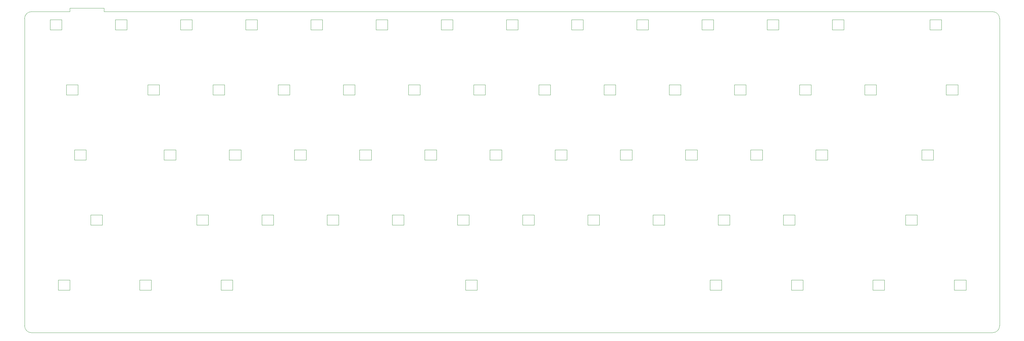
<source format=gm1>
%TF.GenerationSoftware,KiCad,Pcbnew,(6.0.7)*%
%TF.CreationDate,2022-09-11T22:15:23-05:00*%
%TF.ProjectId,PyKey60,50794b65-7936-4302-9e6b-696361645f70,1.1*%
%TF.SameCoordinates,Original*%
%TF.FileFunction,Profile,NP*%
%FSLAX46Y46*%
G04 Gerber Fmt 4.6, Leading zero omitted, Abs format (unit mm)*
G04 Created by KiCad (PCBNEW (6.0.7)) date 2022-09-11 22:15:23*
%MOMM*%
%LPD*%
G01*
G04 APERTURE LIST*
%TA.AperFunction,Profile*%
%ADD10C,0.099060*%
%TD*%
%TA.AperFunction,Profile*%
%ADD11C,0.050000*%
%TD*%
G04 APERTURE END LIST*
D10*
X64325500Y-64928750D02*
G75*
G03*
X62293500Y-66960750I0J-2032000D01*
G01*
X75510000Y-64928750D02*
X64325500Y-64928750D01*
X347281500Y-156876750D02*
X347281500Y-66960750D01*
X64325500Y-158908750D02*
X345249500Y-158908750D01*
X345249500Y-158908800D02*
G75*
G03*
X347281500Y-156876750I0J2032000D01*
G01*
X62293500Y-66960750D02*
X62293500Y-156876750D01*
X75510000Y-64928750D02*
X75510000Y-63920000D01*
X85510000Y-64928750D02*
X345249500Y-64928750D01*
X85510000Y-63920000D02*
X85510000Y-64928750D01*
X75510000Y-63920000D02*
X85510000Y-63920000D01*
X347281450Y-66960750D02*
G75*
G03*
X345249500Y-64928750I-2031950J50D01*
G01*
X62293550Y-156876750D02*
G75*
G03*
X64325500Y-158908750I2031950J-50D01*
G01*
D11*
%TO.C,U1*%
X73137500Y-67270000D02*
X73137500Y-70270000D01*
X69737500Y-67270000D02*
X73137500Y-67270000D01*
X73137500Y-70270000D02*
X69737500Y-70270000D01*
X69737500Y-70270000D02*
X69737500Y-67270000D01*
%TO.C,U2*%
X92187500Y-67270000D02*
X92187500Y-70270000D01*
X88787500Y-67270000D02*
X92187500Y-67270000D01*
X92187500Y-70270000D02*
X88787500Y-70270000D01*
X88787500Y-70270000D02*
X88787500Y-67270000D01*
%TO.C,U3*%
X111238000Y-70270000D02*
X107838000Y-70270000D01*
X111238000Y-67270000D02*
X111238000Y-70270000D01*
X107838000Y-70270000D02*
X107838000Y-67270000D01*
X107838000Y-67270000D02*
X111238000Y-67270000D01*
%TO.C,U4*%
X126888000Y-70270000D02*
X126888000Y-67270000D01*
X130288000Y-70270000D02*
X126888000Y-70270000D01*
X126888000Y-67270000D02*
X130288000Y-67270000D01*
X130288000Y-67270000D02*
X130288000Y-70270000D01*
%TO.C,U5*%
X145938000Y-70270000D02*
X145938000Y-67270000D01*
X149338000Y-67270000D02*
X149338000Y-70270000D01*
X149338000Y-70270000D02*
X145938000Y-70270000D01*
X145938000Y-67270000D02*
X149338000Y-67270000D01*
%TO.C,U6*%
X168388000Y-70270000D02*
X164988000Y-70270000D01*
X168388000Y-67270000D02*
X168388000Y-70270000D01*
X164988000Y-70270000D02*
X164988000Y-67270000D01*
X164988000Y-67270000D02*
X168388000Y-67270000D01*
%TO.C,U7*%
X187438000Y-70270000D02*
X184038000Y-70270000D01*
X184038000Y-67270000D02*
X187438000Y-67270000D01*
X184038000Y-70270000D02*
X184038000Y-67270000D01*
X187438000Y-67270000D02*
X187438000Y-70270000D01*
%TO.C,U8*%
X203088000Y-67270000D02*
X206488000Y-67270000D01*
X206488000Y-70270000D02*
X203088000Y-70270000D01*
X203088000Y-70270000D02*
X203088000Y-67270000D01*
X206488000Y-67270000D02*
X206488000Y-70270000D01*
%TO.C,U9*%
X222138000Y-67270000D02*
X225538000Y-67270000D01*
X225538000Y-70270000D02*
X222138000Y-70270000D01*
X225538000Y-67270000D02*
X225538000Y-70270000D01*
X222138000Y-70270000D02*
X222138000Y-67270000D01*
%TO.C,U10*%
X241188000Y-70270000D02*
X241188000Y-67270000D01*
X244588000Y-67270000D02*
X244588000Y-70270000D01*
X244588000Y-70270000D02*
X241188000Y-70270000D01*
X241188000Y-67270000D02*
X244588000Y-67270000D01*
%TO.C,U11*%
X260238000Y-70270000D02*
X260238000Y-67270000D01*
X260238000Y-67270000D02*
X263638000Y-67270000D01*
X263638000Y-67270000D02*
X263638000Y-70270000D01*
X263638000Y-70270000D02*
X260238000Y-70270000D01*
%TO.C,U12*%
X282688000Y-67270000D02*
X282688000Y-70270000D01*
X279288000Y-67270000D02*
X282688000Y-67270000D01*
X279288000Y-70270000D02*
X279288000Y-67270000D01*
X282688000Y-70270000D02*
X279288000Y-70270000D01*
%TO.C,U13*%
X301738000Y-67270000D02*
X301738000Y-70270000D01*
X301738000Y-70270000D02*
X298338000Y-70270000D01*
X298338000Y-70270000D02*
X298338000Y-67270000D01*
X298338000Y-67270000D02*
X301738000Y-67270000D01*
%TO.C,U14*%
X330313000Y-70270000D02*
X326913000Y-70270000D01*
X330313000Y-67270000D02*
X330313000Y-70270000D01*
X326913000Y-67270000D02*
X330313000Y-67270000D01*
X326913000Y-70270000D02*
X326913000Y-67270000D01*
%TO.C,U15*%
X77900000Y-86320000D02*
X77900000Y-89320000D01*
X74500000Y-89320000D02*
X74500000Y-86320000D01*
X74500000Y-86320000D02*
X77900000Y-86320000D01*
X77900000Y-89320000D02*
X74500000Y-89320000D01*
%TO.C,U16*%
X98312000Y-89320000D02*
X98312000Y-86320000D01*
X101712000Y-86320000D02*
X101712000Y-89320000D01*
X98312000Y-86320000D02*
X101712000Y-86320000D01*
X101712000Y-89320000D02*
X98312000Y-89320000D01*
%TO.C,U17*%
X117362000Y-86320000D02*
X120762000Y-86320000D01*
X120762000Y-86320000D02*
X120762000Y-89320000D01*
X117362000Y-89320000D02*
X117362000Y-86320000D01*
X120762000Y-89320000D02*
X117362000Y-89320000D01*
%TO.C,U18*%
X139812000Y-89320000D02*
X136412000Y-89320000D01*
X136412000Y-89320000D02*
X136412000Y-86320000D01*
X136412000Y-86320000D02*
X139812000Y-86320000D01*
X139812000Y-86320000D02*
X139812000Y-89320000D01*
%TO.C,U19*%
X158862000Y-86320000D02*
X158862000Y-89320000D01*
X158862000Y-89320000D02*
X155462000Y-89320000D01*
X155462000Y-89320000D02*
X155462000Y-86320000D01*
X155462000Y-86320000D02*
X158862000Y-86320000D01*
%TO.C,U21*%
X193562000Y-86320000D02*
X196962000Y-86320000D01*
X196962000Y-86320000D02*
X196962000Y-89320000D01*
X193562000Y-89320000D02*
X193562000Y-86320000D01*
X196962000Y-89320000D02*
X193562000Y-89320000D01*
%TO.C,U22*%
X216012000Y-86320000D02*
X216012000Y-89320000D01*
X212612000Y-89320000D02*
X212612000Y-86320000D01*
X212612000Y-86320000D02*
X216012000Y-86320000D01*
X216012000Y-89320000D02*
X212612000Y-89320000D01*
%TO.C,U23*%
X231662000Y-86320000D02*
X235062000Y-86320000D01*
X235062000Y-86320000D02*
X235062000Y-89320000D01*
X231662000Y-89320000D02*
X231662000Y-86320000D01*
X235062000Y-89320000D02*
X231662000Y-89320000D01*
%TO.C,U25*%
X269762000Y-89320000D02*
X269762000Y-86320000D01*
X273162000Y-89320000D02*
X269762000Y-89320000D01*
X269762000Y-86320000D02*
X273162000Y-86320000D01*
X273162000Y-86320000D02*
X273162000Y-89320000D01*
%TO.C,U26*%
X288812000Y-86320000D02*
X292212000Y-86320000D01*
X292212000Y-89320000D02*
X288812000Y-89320000D01*
X292212000Y-86320000D02*
X292212000Y-89320000D01*
X288812000Y-89320000D02*
X288812000Y-86320000D01*
%TO.C,U27*%
X311262000Y-86320000D02*
X311262000Y-89320000D01*
X307862000Y-86320000D02*
X311262000Y-86320000D01*
X311262000Y-89320000D02*
X307862000Y-89320000D01*
X307862000Y-89320000D02*
X307862000Y-86320000D01*
%TO.C,U28*%
X331675000Y-86320000D02*
X335075000Y-86320000D01*
X335075000Y-86320000D02*
X335075000Y-89320000D01*
X335075000Y-89320000D02*
X331675000Y-89320000D01*
X331675000Y-89320000D02*
X331675000Y-86320000D01*
%TO.C,U29*%
X80282500Y-105370000D02*
X80282500Y-108370000D01*
X76882500Y-108370000D02*
X76882500Y-105370000D01*
X80282500Y-108370000D02*
X76882500Y-108370000D01*
X76882500Y-105370000D02*
X80282500Y-105370000D01*
%TO.C,U30*%
X103075000Y-105370000D02*
X106475000Y-105370000D01*
X106475000Y-108370000D02*
X103075000Y-108370000D01*
X103075000Y-108370000D02*
X103075000Y-105370000D01*
X106475000Y-105370000D02*
X106475000Y-108370000D01*
%TO.C,U31*%
X122125000Y-105370000D02*
X125525000Y-105370000D01*
X122125000Y-108370000D02*
X122125000Y-105370000D01*
X125525000Y-105370000D02*
X125525000Y-108370000D01*
X125525000Y-108370000D02*
X122125000Y-108370000D01*
%TO.C,U32*%
X141175000Y-108370000D02*
X141175000Y-105370000D01*
X144575000Y-108370000D02*
X141175000Y-108370000D01*
X141175000Y-105370000D02*
X144575000Y-105370000D01*
X144575000Y-105370000D02*
X144575000Y-108370000D01*
%TO.C,U33*%
X160225000Y-108370000D02*
X160225000Y-105370000D01*
X160225000Y-105370000D02*
X163625000Y-105370000D01*
X163625000Y-105370000D02*
X163625000Y-108370000D01*
X163625000Y-108370000D02*
X160225000Y-108370000D01*
%TO.C,U34*%
X179275000Y-108370000D02*
X179275000Y-105370000D01*
X182675000Y-108370000D02*
X179275000Y-108370000D01*
X182675000Y-105370000D02*
X182675000Y-108370000D01*
X179275000Y-105370000D02*
X182675000Y-105370000D01*
%TO.C,U35*%
X201725000Y-105370000D02*
X201725000Y-108370000D01*
X198325000Y-108370000D02*
X198325000Y-105370000D01*
X201725000Y-108370000D02*
X198325000Y-108370000D01*
X198325000Y-105370000D02*
X201725000Y-105370000D01*
%TO.C,U36*%
X217375000Y-108370000D02*
X217375000Y-105370000D01*
X220775000Y-105370000D02*
X220775000Y-108370000D01*
X220775000Y-108370000D02*
X217375000Y-108370000D01*
X217375000Y-105370000D02*
X220775000Y-105370000D01*
%TO.C,U37*%
X236425000Y-105370000D02*
X239825000Y-105370000D01*
X239825000Y-108370000D02*
X236425000Y-108370000D01*
X236425000Y-108370000D02*
X236425000Y-105370000D01*
X239825000Y-105370000D02*
X239825000Y-108370000D01*
%TO.C,U38*%
X258875000Y-105370000D02*
X258875000Y-108370000D01*
X255475000Y-105370000D02*
X258875000Y-105370000D01*
X258875000Y-108370000D02*
X255475000Y-108370000D01*
X255475000Y-108370000D02*
X255475000Y-105370000D01*
%TO.C,U39*%
X277925000Y-105370000D02*
X277925000Y-108370000D01*
X274525000Y-108370000D02*
X274525000Y-105370000D01*
X277925000Y-108370000D02*
X274525000Y-108370000D01*
X274525000Y-105370000D02*
X277925000Y-105370000D01*
%TO.C,U40*%
X293575000Y-105370000D02*
X296975000Y-105370000D01*
X293575000Y-108370000D02*
X293575000Y-105370000D01*
X296975000Y-108370000D02*
X293575000Y-108370000D01*
X296975000Y-105370000D02*
X296975000Y-108370000D01*
%TO.C,U41*%
X327931000Y-108370000D02*
X324531000Y-108370000D01*
X327931000Y-105370000D02*
X327931000Y-108370000D01*
X324531000Y-105370000D02*
X327931000Y-105370000D01*
X324531000Y-108370000D02*
X324531000Y-105370000D01*
%TO.C,U42*%
X85012000Y-124420000D02*
X85012000Y-127420000D01*
X85012000Y-127420000D02*
X81612000Y-127420000D01*
X81612000Y-127420000D02*
X81612000Y-124420000D01*
X81612000Y-124420000D02*
X85012000Y-124420000D01*
%TO.C,U43*%
X112600000Y-124420000D02*
X116000000Y-124420000D01*
X112600000Y-127420000D02*
X112600000Y-124420000D01*
X116000000Y-124420000D02*
X116000000Y-127420000D01*
X116000000Y-127420000D02*
X112600000Y-127420000D01*
%TO.C,U44*%
X135050000Y-124420000D02*
X135050000Y-127420000D01*
X131650000Y-127420000D02*
X131650000Y-124420000D01*
X131650000Y-124420000D02*
X135050000Y-124420000D01*
X135050000Y-127420000D02*
X131650000Y-127420000D01*
%TO.C,U45*%
X154100000Y-127420000D02*
X150700000Y-127420000D01*
X150700000Y-124420000D02*
X154100000Y-124420000D01*
X150700000Y-127420000D02*
X150700000Y-124420000D01*
X154100000Y-124420000D02*
X154100000Y-127420000D01*
%TO.C,U46*%
X173150000Y-127420000D02*
X169750000Y-127420000D01*
X169750000Y-124420000D02*
X173150000Y-124420000D01*
X169750000Y-127420000D02*
X169750000Y-124420000D01*
X173150000Y-124420000D02*
X173150000Y-127420000D01*
%TO.C,U47*%
X192200000Y-124420000D02*
X192200000Y-127420000D01*
X188800000Y-127420000D02*
X188800000Y-124420000D01*
X188800000Y-124420000D02*
X192200000Y-124420000D01*
X192200000Y-127420000D02*
X188800000Y-127420000D01*
%TO.C,U48*%
X207850000Y-124420000D02*
X211250000Y-124420000D01*
X211250000Y-127420000D02*
X207850000Y-127420000D01*
X211250000Y-124420000D02*
X211250000Y-127420000D01*
X207850000Y-127420000D02*
X207850000Y-124420000D01*
%TO.C,U49*%
X226900000Y-124420000D02*
X230300000Y-124420000D01*
X230300000Y-124420000D02*
X230300000Y-127420000D01*
X226900000Y-127420000D02*
X226900000Y-124420000D01*
X230300000Y-127420000D02*
X226900000Y-127420000D01*
%TO.C,U50*%
X245950000Y-127420000D02*
X245950000Y-124420000D01*
X249350000Y-127420000D02*
X245950000Y-127420000D01*
X245950000Y-124420000D02*
X249350000Y-124420000D01*
X249350000Y-124420000D02*
X249350000Y-127420000D01*
%TO.C,U51*%
X268400000Y-124420000D02*
X268400000Y-127420000D01*
X268400000Y-127420000D02*
X265000000Y-127420000D01*
X265000000Y-127420000D02*
X265000000Y-124420000D01*
X265000000Y-124420000D02*
X268400000Y-124420000D01*
%TO.C,U52*%
X284050000Y-127420000D02*
X284050000Y-124420000D01*
X284050000Y-124420000D02*
X287450000Y-124420000D01*
X287450000Y-124420000D02*
X287450000Y-127420000D01*
X287450000Y-127420000D02*
X284050000Y-127420000D01*
%TO.C,U53*%
X319769000Y-127420000D02*
X319769000Y-124420000D01*
X323169000Y-127420000D02*
X319769000Y-127420000D01*
X323169000Y-124420000D02*
X323169000Y-127420000D01*
X319769000Y-124420000D02*
X323169000Y-124420000D01*
%TO.C,U54*%
X75518800Y-143470000D02*
X75518800Y-146470000D01*
X72118800Y-143470000D02*
X75518800Y-143470000D01*
X75518800Y-146470000D02*
X72118800Y-146470000D01*
X72118800Y-146470000D02*
X72118800Y-143470000D01*
%TO.C,U55*%
X95931200Y-143470000D02*
X99331200Y-143470000D01*
X99331200Y-146470000D02*
X95931200Y-146470000D01*
X95931200Y-146470000D02*
X95931200Y-143470000D01*
X99331200Y-143470000D02*
X99331200Y-146470000D01*
%TO.C,U56*%
X123144000Y-146470000D02*
X119744000Y-146470000D01*
X123144000Y-143470000D02*
X123144000Y-146470000D01*
X119744000Y-143470000D02*
X123144000Y-143470000D01*
X119744000Y-146470000D02*
X119744000Y-143470000D01*
%TO.C,U57*%
X191181000Y-146470000D02*
X191181000Y-143470000D01*
X191181000Y-143470000D02*
X194581000Y-143470000D01*
X194581000Y-146470000D02*
X191181000Y-146470000D01*
X194581000Y-143470000D02*
X194581000Y-146470000D01*
%TO.C,U58*%
X262619000Y-143470000D02*
X266019000Y-143470000D01*
X266019000Y-146470000D02*
X262619000Y-146470000D01*
X266019000Y-143470000D02*
X266019000Y-146470000D01*
X262619000Y-146470000D02*
X262619000Y-143470000D01*
%TO.C,U59*%
X289831000Y-146470000D02*
X286431000Y-146470000D01*
X286431000Y-146470000D02*
X286431000Y-143470000D01*
X286431000Y-143470000D02*
X289831000Y-143470000D01*
X289831000Y-143470000D02*
X289831000Y-146470000D01*
%TO.C,U60*%
X313631000Y-146470000D02*
X310231000Y-146470000D01*
X310231000Y-146470000D02*
X310231000Y-143470000D01*
X310231000Y-143470000D02*
X313631000Y-143470000D01*
X313631000Y-143470000D02*
X313631000Y-146470000D01*
%TO.C,U61*%
X337444000Y-146470000D02*
X334044000Y-146470000D01*
X334044000Y-143470000D02*
X337444000Y-143470000D01*
X337444000Y-143470000D02*
X337444000Y-146470000D01*
X334044000Y-146470000D02*
X334044000Y-143470000D01*
%TO.C,U20*%
X177912000Y-89320000D02*
X174512000Y-89320000D01*
X174512000Y-89320000D02*
X174512000Y-86320000D01*
X177912000Y-86320000D02*
X177912000Y-89320000D01*
X174512000Y-86320000D02*
X177912000Y-86320000D01*
%TO.C,U24*%
X250712000Y-89320000D02*
X250712000Y-86320000D01*
X254112000Y-86320000D02*
X254112000Y-89320000D01*
X250712000Y-86320000D02*
X254112000Y-86320000D01*
X254112000Y-89320000D02*
X250712000Y-89320000D01*
%TD*%
M02*

</source>
